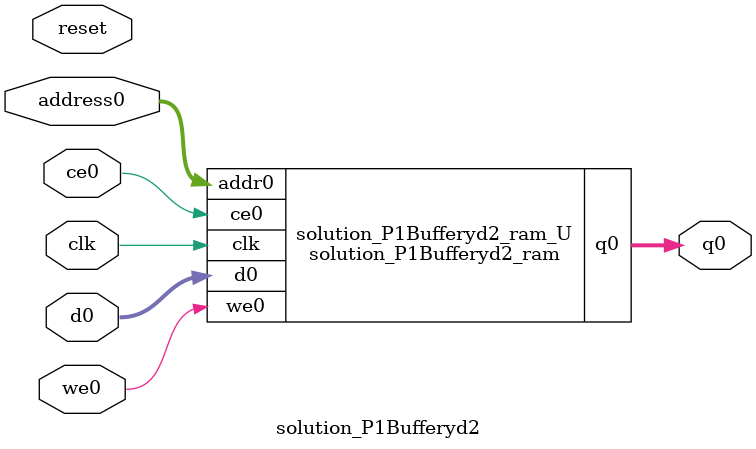
<source format=v>

`timescale 1 ns / 1 ps
module solution_P1Bufferyd2_ram (addr0, ce0, d0, we0, q0,  clk);

parameter DWIDTH = 8;
parameter AWIDTH = 13;
parameter MEM_SIZE = 8000;

input[AWIDTH-1:0] addr0;
input ce0;
input[DWIDTH-1:0] d0;
input we0;
output reg[DWIDTH-1:0] q0;
input clk;

(* ram_style = "block" *)reg [DWIDTH-1:0] ram[0:MEM_SIZE-1];




always @(posedge clk)  
begin 
    if (ce0) 
    begin
        if (we0) 
        begin 
            ram[addr0] <= d0; 
            q0 <= d0;
        end 
        else 
            q0 <= ram[addr0];
    end
end


endmodule


`timescale 1 ns / 1 ps
module solution_P1Bufferyd2(
    reset,
    clk,
    address0,
    ce0,
    we0,
    d0,
    q0);

parameter DataWidth = 32'd8;
parameter AddressRange = 32'd8000;
parameter AddressWidth = 32'd13;
input reset;
input clk;
input[AddressWidth - 1:0] address0;
input ce0;
input we0;
input[DataWidth - 1:0] d0;
output[DataWidth - 1:0] q0;



solution_P1Bufferyd2_ram solution_P1Bufferyd2_ram_U(
    .clk( clk ),
    .addr0( address0 ),
    .ce0( ce0 ),
    .we0( we0 ),
    .d0( d0 ),
    .q0( q0 ));

endmodule


</source>
